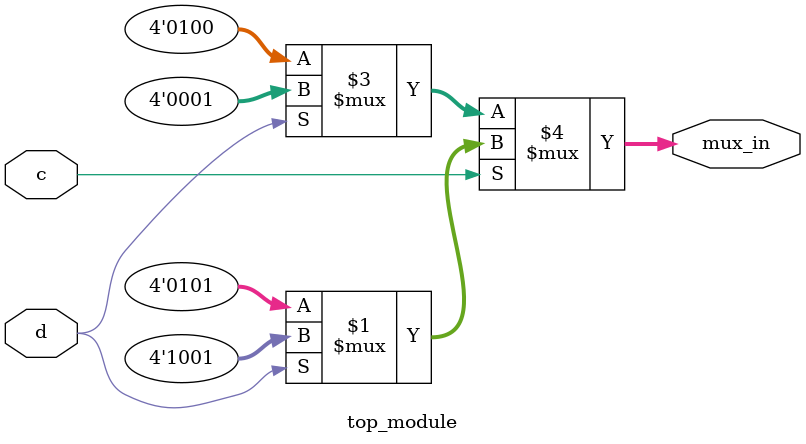
<source format=v>
module top_module (
    input c,
    input d,
    output [3:0] mux_in
); 

    assign mux_in = (c)? ((d)? 4'b1001 : 4'b0101 ) : ((!d)? 4'b0100 : 4'b0001 );
endmodule

</source>
